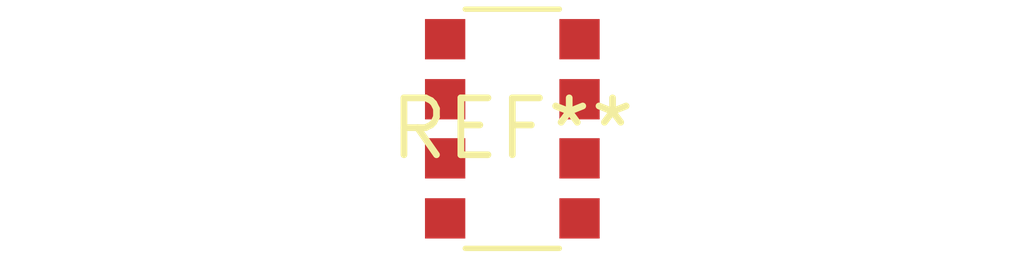
<source format=kicad_pcb>
(kicad_pcb (version 20240108) (generator pcbnew)
  (layers (0 "F.Cu" signal) (31 "B.Cu" signal) (34 "B.Paste" user) (35 "F.Paste" user) (36 "B.SilkS" user "B.Silkscreen") (37 "F.SilkS" user "F.Silkscreen") (38 "B.Mask" user) (39 "F.Mask" user) (44 "Edge.Cuts" user))
  (net 0 "")
  (footprint "R_Array_Convex_4x1206" (layer "F.Cu") (at 0 0)
    (property "Reference" "REF**")
    (property "Value" "R_Array_Convex_4x1206")
    (fp_line (start 1.05 -2.67) (end -1.05 -2.67) (layer "F.SilkS") (stroke (width 0.12)))
    (fp_line (start 1.05 2.67) (end -1.05 2.67) (layer "F.SilkS") (stroke (width 0.12)))
    (pad "1" smd rect (at -1.5 -2) (size 0.9 0.9) (layers "F.Cu" "F.Paste" "F.Mask"))
    (pad "2" smd rect (at -1.5 -0.66) (size 0.9 0.9) (layers "F.Cu" "F.Paste" "F.Mask"))
    (pad "3" smd rect (at -1.5 0.66) (size 0.9 0.9) (layers "F.Cu" "F.Paste" "F.Mask"))
    (pad "4" smd rect (at -1.5 2) (size 0.9 0.9) (layers "F.Cu" "F.Paste" "F.Mask"))
    (pad "5" smd rect (at 1.5 2) (size 0.9 0.9) (layers "F.Cu" "F.Paste" "F.Mask"))
    (pad "6" smd rect (at 1.5 0.66) (size 0.9 0.9) (layers "F.Cu" "F.Paste" "F.Mask"))
    (pad "7" smd rect (at 1.5 -0.66) (size 0.9 0.9) (layers "F.Cu" "F.Paste" "F.Mask"))
    (pad "8" smd rect (at 1.5 -2) (size 0.9 0.9) (layers "F.Cu" "F.Paste" "F.Mask"))
  )
)
</source>
